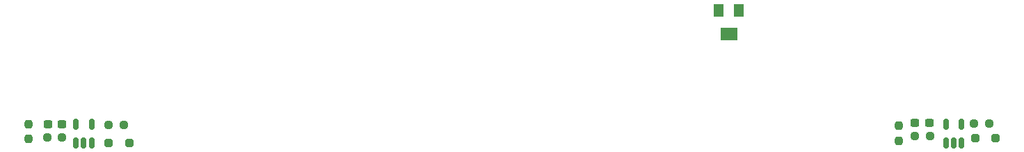
<source format=gbr>
%TF.GenerationSoftware,KiCad,Pcbnew,9.0.0*%
%TF.CreationDate,2025-06-18T14:15:24-07:00*%
%TF.ProjectId,1U Backplane,31552042-6163-46b7-906c-616e652e6b69,rev?*%
%TF.SameCoordinates,Original*%
%TF.FileFunction,Paste,Top*%
%TF.FilePolarity,Positive*%
%FSLAX46Y46*%
G04 Gerber Fmt 4.6, Leading zero omitted, Abs format (unit mm)*
G04 Created by KiCad (PCBNEW 9.0.0) date 2025-06-18 14:15:24*
%MOMM*%
%LPD*%
G01*
G04 APERTURE LIST*
G04 Aperture macros list*
%AMRoundRect*
0 Rectangle with rounded corners*
0 $1 Rounding radius*
0 $2 $3 $4 $5 $6 $7 $8 $9 X,Y pos of 4 corners*
0 Add a 4 corners polygon primitive as box body*
4,1,4,$2,$3,$4,$5,$6,$7,$8,$9,$2,$3,0*
0 Add four circle primitives for the rounded corners*
1,1,$1+$1,$2,$3*
1,1,$1+$1,$4,$5*
1,1,$1+$1,$6,$7*
1,1,$1+$1,$8,$9*
0 Add four rect primitives between the rounded corners*
20,1,$1+$1,$2,$3,$4,$5,0*
20,1,$1+$1,$4,$5,$6,$7,0*
20,1,$1+$1,$6,$7,$8,$9,0*
20,1,$1+$1,$8,$9,$2,$3,0*%
G04 Aperture macros list end*
%ADD10RoundRect,0.250000X0.250000X0.250000X-0.250000X0.250000X-0.250000X-0.250000X0.250000X-0.250000X0*%
%ADD11RoundRect,0.237500X0.250000X0.237500X-0.250000X0.237500X-0.250000X-0.237500X0.250000X-0.237500X0*%
%ADD12RoundRect,0.237500X0.237500X-0.250000X0.237500X0.250000X-0.237500X0.250000X-0.237500X-0.250000X0*%
%ADD13RoundRect,0.237500X0.300000X0.237500X-0.300000X0.237500X-0.300000X-0.237500X0.300000X-0.237500X0*%
%ADD14RoundRect,0.150000X0.150000X-0.512500X0.150000X0.512500X-0.150000X0.512500X-0.150000X-0.512500X0*%
%ADD15R,1.300000X1.600000*%
%ADD16R,2.000000X1.600000*%
G04 APERTURE END LIST*
D10*
%TO.C,D8*%
X92199000Y-121800000D03*
X89699000Y-121800000D03*
%TD*%
D11*
%TO.C,R2*%
X189649000Y-120900000D03*
X187824000Y-120900000D03*
%TD*%
D10*
%TO.C,D5*%
X197624000Y-121200000D03*
X195124000Y-121200000D03*
%TD*%
D12*
%TO.C,R5*%
X79899000Y-121300000D03*
X79899000Y-119475000D03*
%TD*%
D13*
%TO.C,C3*%
X189549000Y-119300000D03*
X187824000Y-119300000D03*
%TD*%
D11*
%TO.C,R6*%
X84024000Y-121100000D03*
X82199000Y-121100000D03*
%TD*%
%TO.C,R8*%
X91499000Y-119600000D03*
X89674000Y-119600000D03*
%TD*%
D14*
%TO.C,U3*%
X85699000Y-121775000D03*
X86649000Y-121775000D03*
X87599000Y-121775000D03*
X87599000Y-119500000D03*
X85699000Y-119500000D03*
%TD*%
D12*
%TO.C,R1*%
X185824000Y-121525000D03*
X185824000Y-119700000D03*
%TD*%
D15*
%TO.C,RV1*%
X166404000Y-105600000D03*
D16*
X165154000Y-108500000D03*
D15*
X163904000Y-105600000D03*
%TD*%
D11*
%TO.C,R4*%
X196824000Y-119400000D03*
X194999000Y-119400000D03*
%TD*%
D13*
%TO.C,C4*%
X83999000Y-119500000D03*
X82274000Y-119500000D03*
%TD*%
D14*
%TO.C,U2*%
X191574000Y-121775000D03*
X192524000Y-121775000D03*
X193474000Y-121775000D03*
X193474000Y-119500000D03*
X191574000Y-119500000D03*
%TD*%
M02*

</source>
